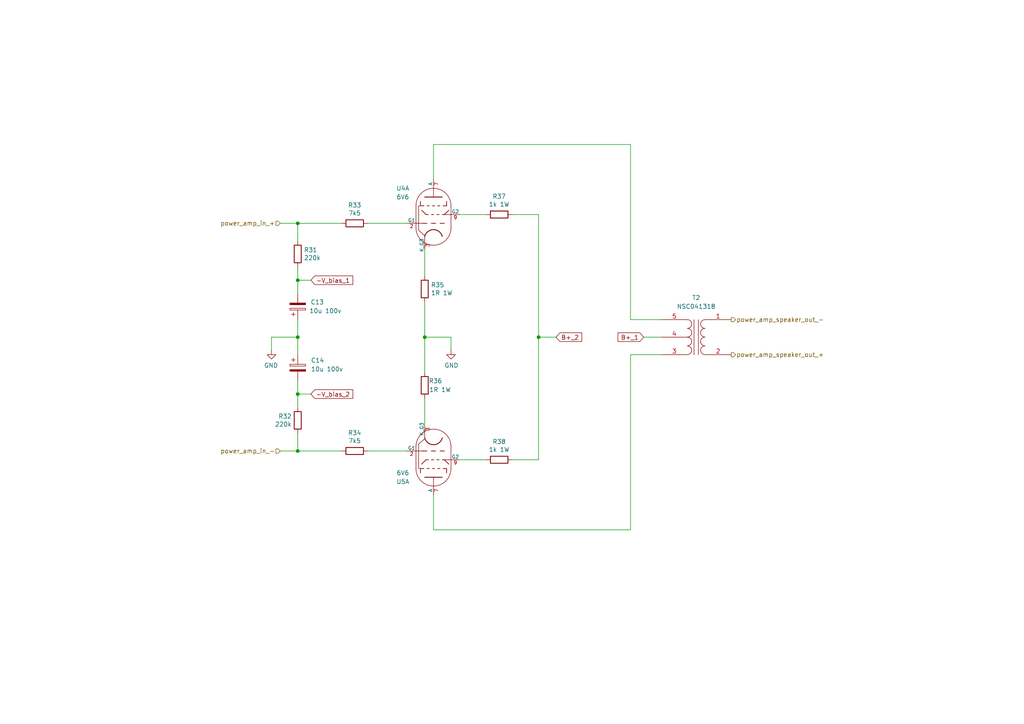
<source format=kicad_sch>
(kicad_sch (version 20211123) (generator eeschema)
  (paper "A4")
  (title_block (title "A200 12 watt class AB tube amp") (date "2021-12-26") (rev "0") (comment 1 "creativecommons.org/licenses/by/4.0/") (comment 2 "License: CC by 4.0") (comment 3 "Author: Jordan Aceto"))
  (lib_symbols
    (symbol "Device:C_Polarized" (pin_numbers hide) (pin_names (offset 0.254))
      (property "Reference" "C" (at 0.635 2.54 0))
      (property "Value" "C_Polarized" (at 0.635 -2.54 0))
      (symbol "C_Polarized_0_1"
        (rectangle (start -2.286 0.508) (end 2.286 1.016))
        (polyline (pts (xy -1.778 2.286) (xy -0.762 2.286)))
        (polyline (pts (xy -1.27 2.794) (xy -1.27 1.778)))
        (rectangle (start 2.286 -0.508) (end -2.286 -1.016) (fill (type outline)))
      )
      (symbol "C_Polarized_1_1"
        (pin passive line (at 0 3.81 270) (length 2.794) (name "~") (number "1"))
        (pin passive line (at 0 -3.81 90) (length 2.794) (name "~") (number "2"))
      )
    )
    (symbol "Device:R" (pin_numbers hide) (pin_names (offset 0))
      (property "Reference" "R" (at 2.032 0 90))
      (property "Value" "R" (at 0 0 90))
      (symbol "R_0_1"
        (rectangle (start -1.016 -2.54) (end 1.016 2.54) (stroke (width 0.254)))
      )
      (symbol "R_1_1"
        (pin passive line (at 0 3.81 270) (length 1.27) (name "~") (number "1"))
        (pin passive line (at 0 -3.81 90) (length 1.27) (name "~") (number "2"))
      )
    )
    (symbol "Device:Transformer_1P_SS" (pin_names (offset 1.016) hide)
      (property "Reference" "T" (at 0 6.35 0))
      (property "Value" "Transformer_1P_SS" (at 0 -7.62 0))
      (symbol "Transformer_1P_SS_0_1"
        (arc (start -2.54 -5.0546) (mid -1.6561 -4.6863) (end -1.27 -3.81))
        (arc (start -2.54 -2.5146) (mid -1.6561 -2.1463) (end -1.27 -1.27))
        (arc (start -2.54 0.0254) (mid -1.6561 0.3937) (end -1.27 1.27))
        (arc (start -2.54 2.5654) (mid -1.6561 2.9337) (end -1.27 3.81))
        (arc (start -1.27 -3.81) (mid -1.642 -2.912) (end -2.54 -2.54))
        (arc (start -1.27 -1.27) (mid -1.642 -0.372) (end -2.54 0))
        (arc (start -1.27 1.27) (mid -1.642 2.168) (end -2.54 2.54))
        (arc (start -1.27 3.81) (mid -1.642 4.708) (end -2.54 5.08))
        (polyline (pts (xy -0.635 5.08) (xy -0.635 -5.08)))
        (polyline (pts (xy 0.635 -5.08) (xy 0.635 5.08)))
        (arc (start 1.2954 -1.27) (mid 1.6599 -2.1501) (end 2.54 -2.5146))
        (arc (start 1.2954 1.27) (mid 1.6599 0.3899) (end 2.54 0.0254))
        (arc (start 1.2954 3.81) (mid 1.6599 2.9299) (end 2.54 2.5654))
        (arc (start 1.3208 -3.81) (mid 1.6853 -4.6901) (end 2.5654 -5.0546))
        (arc (start 2.54 0) (mid 1.6456 -0.3683) (end 1.2954 -1.27))
        (arc (start 2.54 2.54) (mid 1.6456 2.1717) (end 1.2954 1.27))
        (arc (start 2.54 5.08) (mid 1.6456 4.7117) (end 1.2954 3.81))
        (arc (start 2.5654 -2.54) (mid 1.671 -2.9083) (end 1.3208 -3.81))
      )
      (symbol "Transformer_1P_SS_1_1"
        (pin passive line (at -10.16 5.08 0) (length 7.62) (name "AA") (number "1"))
        (pin passive line (at -10.16 -5.08 0) (length 7.62) (name "AB") (number "2"))
        (pin passive line (at 10.16 -5.08 180) (length 7.62) (name "SA") (number "3"))
        (pin passive line (at 10.16 0 180) (length 7.62) (name "SC") (number "4"))
        (pin passive line (at 10.16 5.08 180) (length 7.62) (name "SB") (number "5"))
      )
    )
    (symbol "custom_symbols:6V6" (pin_names (offset 0))
      (property "Reference" "U" (at 5.08 10.16 0))
      (property "Value" "6V6" (at 7.62 -7.62 0))
      (symbol "6V6_0_1"
        (arc (start -5.08 -2.54) (mid 0 -7.62) (end 5.08 -2.54))
        (polyline (pts (xy -5.08 3.81) (xy -5.08 -2.54) (xy -5.08 -2.54)))
        (polyline (pts (xy 5.08 -2.54) (xy 5.08 3.81) (xy 5.08 3.81)))
        (arc (start 5.08 3.81) (mid 0 8.89) (end -5.08 3.81))
      )
      (symbol "6V6_1_0"
        (polyline (pts (xy -2.54 -5.08) (xy -2.54 -7.62)))
      )
      (symbol "6V6_1_1"
        (polyline (pts (xy -5.08 -1.27) (xy -3.175 -1.27)))
        (polyline (pts (xy -4.318 -3.302) (xy -4.318 3.7338)))
        (polyline (pts (xy -4.318 -3.302) (xy -2.54 -4.826)))
        (polyline (pts (xy -4.064 3.7338) (xy -4.318 3.7338)))
        (polyline (pts (xy -3.81 3.81) (xy -2.794 3.81)) (stroke (width 0.2032)))
        (polyline (pts (xy -3.81 5.08) (xy -3.81 3.81)) (stroke (width 0.2032)))
        (polyline (pts (xy -3.429 2.54) (xy -2.159 1.27)) (stroke (width 0.2032)))
        (polyline (pts (xy -2.159 1.27) (xy -1.4732 1.27)) (stroke (width 0.2032)))
        (polyline (pts (xy -1.905 -1.27) (xy -3.175 -1.27)) (stroke (width 0.2032)))
        (polyline (pts (xy -1.8542 3.81) (xy -1.2192 3.81)) (stroke (width 0.2032)))
        (polyline (pts (xy -0.635 -1.27) (xy 0.635 -1.27)) (stroke (width 0.2032)))
        (polyline (pts (xy -0.5842 1.27) (xy 0.0762 1.27)) (stroke (width 0.2032)))
        (polyline (pts (xy -0.3302 3.81) (xy 0.3302 3.81)) (stroke (width 0.2032)))
        (polyline (pts (xy 0 6.35) (xy 0 8.89)))
        (polyline (pts (xy 0.9652 1.27) (xy 1.6002 1.27)) (stroke (width 0.2032)))
        (polyline (pts (xy 1.2192 3.81) (xy 1.8542 3.81)) (stroke (width 0.2032)))
        (polyline (pts (xy 1.905 -1.27) (xy 3.175 -1.27)) (stroke (width 0.2032)))
        (polyline (pts (xy 2.54 1.27) (xy 3.175 1.27)) (stroke (width 0.2032)))
        (polyline (pts (xy 3.175 1.27) (xy 5.08 1.27)))
        (polyline (pts (xy 3.81 3.81) (xy 2.794 3.81)) (stroke (width 0.2032)))
        (polyline (pts (xy 3.81 5.08) (xy 3.81 3.81)) (stroke (width 0.2032)))
        (polyline (pts (xy 4.445 2.54) (xy 3.175 1.27)) (stroke (width 0.2032)))
        (polyline (pts (xy -2.54 6.35) (xy 2.54 6.35) (xy 2.54 6.35)) (stroke (width 0.254)))
        (arc (start 2.54 -5.08) (mid 0 -3.0968) (end -2.54 -5.08) (stroke (width 0.254)))
        (pin input line (at -7.62 -1.27 0) (length 2.54) (name "G1") (number "2"))
        (pin bidirectional line (at -2.54 -8.89 90) (length 2.54) (name "K_G3") (number "3"))
        (pin output line (at 0 11.43 270) (length 2.54) (name "A") (number "7"))
        (pin input line (at 7.62 1.27 180) (length 2.54) (name "G2") (number "9"))
      )
      (symbol "6V6_2_1"
        (polyline (pts (xy -2.54 -5.08) (xy -2.54 -6.35) (xy -2.54 -6.35)))
        (polyline (pts (xy 2.54 -6.35) (xy 2.54 -5.08) (xy 2.54 -5.08)))
        (arc (start 2.54 -5.08) (mid 0 -4.0279) (end -2.54 -5.08))
        (pin passive line (at -2.54 -10.16 90) (length 3.81) (name "F1") (number "4"))
        (pin passive line (at 2.54 -10.16 90) (length 3.81) (name "F2") (number "5"))
      )
    )
    (symbol "power:GND" (power) (pin_names (offset 0))
      (property "Value" "GND" (at 0 -3.81 0))
      (symbol "GND_0_1"
        (polyline (pts (xy 0 0) (xy 0 -1.27) (xy 1.27 -1.27) (xy 0 -2.54) (xy -1.27 -1.27) (xy 0 -1.27)))
      )
      (symbol "GND_1_1"
        (pin power_in line (at 0 0 270) (length 0) hide (name "GND") (number "1"))
      )
    )
  )
  (junction (at 123.19 97.79))
  (junction (at 156.21 97.79))
  (junction (at 86.36 64.77))
  (junction (at 86.36 81.28))
  (junction (at 86.36 114.3))
  (junction (at 86.36 130.81))
  (junction (at 86.36 97.79))
  (wire (pts (xy 125.73 143.51) (xy 125.73 153.67)))
  (wire (pts (xy 78.74 97.79) (xy 86.36 97.79)))
  (wire (pts (xy 156.21 133.35) (xy 156.21 97.79)))
  (wire (pts (xy 86.36 85.09) (xy 86.36 81.28)))
  (wire (pts (xy 86.36 125.73) (xy 86.36 130.81)))
  (wire (pts (xy 182.88 92.71) (xy 191.77 92.71)))
  (wire (pts (xy 125.73 153.67) (xy 182.88 153.67)))
  (wire (pts (xy 186.69 97.79) (xy 191.77 97.79)))
  (wire (pts (xy 78.74 101.6) (xy 78.74 97.79)))
  (wire (pts (xy 156.21 97.79) (xy 156.21 62.23)))
  (wire (pts (xy 90.17 81.28) (xy 86.36 81.28)))
  (wire (pts (xy 125.73 52.07) (xy 125.73 41.91)))
  (wire (pts (xy 182.88 102.87) (xy 191.77 102.87)))
  (wire (pts (xy 161.29 97.79) (xy 156.21 97.79)))
  (wire (pts (xy 118.11 64.77) (xy 106.68 64.77)))
  (wire (pts (xy 86.36 130.81) (xy 99.06 130.81)))
  (wire (pts (xy 86.36 64.77) (xy 99.06 64.77)))
  (wire (pts (xy 182.88 41.91) (xy 182.88 92.71)))
  (wire (pts (xy 86.36 69.85) (xy 86.36 64.77)))
  (wire (pts (xy 123.19 115.57) (xy 123.19 123.19)))
  (wire (pts (xy 140.97 133.35) (xy 133.35 133.35)))
  (wire (pts (xy 81.28 130.81) (xy 86.36 130.81)))
  (wire (pts (xy 118.11 130.81) (xy 106.68 130.81)))
  (wire (pts (xy 86.36 102.87) (xy 86.36 97.79)))
  (wire (pts (xy 81.28 64.77) (xy 86.36 64.77)))
  (wire (pts (xy 156.21 62.23) (xy 148.59 62.23)))
  (wire (pts (xy 182.88 153.67) (xy 182.88 102.87)))
  (wire (pts (xy 90.17 114.3) (xy 86.36 114.3)))
  (wire (pts (xy 123.19 97.79) (xy 123.19 87.63)))
  (wire (pts (xy 123.19 107.95) (xy 123.19 97.79)))
  (wire (pts (xy 140.97 62.23) (xy 133.35 62.23)))
  (wire (pts (xy 123.19 80.01) (xy 123.19 72.39)))
  (wire (pts (xy 125.73 41.91) (xy 182.88 41.91)))
  (wire (pts (xy 86.36 110.49) (xy 86.36 114.3)))
  (wire (pts (xy 86.36 81.28) (xy 86.36 77.47)))
  (wire (pts (xy 86.36 97.79) (xy 86.36 92.71)))
  (wire (pts (xy 130.81 97.79) (xy 123.19 97.79)))
  (wire (pts (xy 130.81 101.6) (xy 130.81 97.79)))
  (wire (pts (xy 148.59 133.35) (xy 156.21 133.35)))
  (wire (pts (xy 86.36 114.3) (xy 86.36 118.11)))
  (global_label "B+_2" (shape input) (at 161.29 97.79 0) (property "Intersheet References" "${INTERSHEET_REFS}" (effects hide)))
  (global_label "B+_1" (shape input) (at 186.69 97.79 180) (property "Intersheet References" "${INTERSHEET_REFS}" (effects hide)))
  (global_label "-V_bias_1" (shape input) (at 90.17 81.28 0) (property "Intersheet References" "${INTERSHEET_REFS}" (effects hide)))
  (global_label "-V_bias_2" (shape input) (at 90.17 114.3 0) (property "Intersheet References" "${INTERSHEET_REFS}" (effects hide)))
  (hierarchical_label "power_amp_speaker_out_+" (shape output) (at 212.09 102.87 0))
  (hierarchical_label "power_amp_in_-" (shape input) (at 81.28 130.81 180))
  (hierarchical_label "power_amp_speaker_out_-" (shape output) (at 212.09 92.71 0))
  (hierarchical_label "power_amp_in_+" (shape input) (at 81.28 64.77 180))
  (symbol (lib_id "Device:R") (at 102.87 64.77 270) (unit 1)
    (property "Reference" "R33" (at 102.87 59.5122 90))
    (property "Value" "7k5" (at 102.87 61.8236 90))
  )
  (symbol (lib_id "Device:R") (at 123.19 83.82 0) (unit 1)
    (property "Reference" "R35" (at 124.968 82.6516 0) (effects (justify left)))
    (property "Value" "1R 1W" (at 124.968 84.963 0) (effects (justify left)))
  )
  (symbol (lib_id "Device:R") (at 144.78 62.23 270) (unit 1)
    (property "Reference" "R37" (at 144.78 56.9722 90))
    (property "Value" "1k 1W" (at 144.78 59.2836 90))
  )
  (symbol (lib_id "Device:R") (at 86.36 73.66 0) (unit 1)
    (property "Reference" "R31" (at 88.138 72.4916 0) (effects (justify left)))
    (property "Value" "220k" (at 88.138 74.803 0) (effects (justify left)))
  )
  (symbol (lib_id "Device:R") (at 102.87 130.81 270) (mirror x) (unit 1)
    (property "Reference" "R34" (at 102.87 125.5522 90))
    (property "Value" "7k5" (at 102.87 127.8636 90))
  )
  (symbol (lib_id "Device:R") (at 123.19 111.76 0) (mirror x) (unit 1)
    (property "Reference" "R36" (at 128.27 110.49 0) (effects (justify right)))
    (property "Value" "1R 1W" (at 130.81 113.03 0) (effects (justify right)))
  )
  (symbol (lib_id "Device:R") (at 144.78 133.35 270) (mirror x) (unit 1)
    (property "Reference" "R38" (at 144.78 128.0922 90))
    (property "Value" "1k 1W" (at 144.78 130.4036 90))
  )
  (symbol (lib_id "Device:R") (at 86.36 121.92 0) (mirror x) (unit 1)
    (property "Reference" "R32" (at 84.6074 120.7516 0) (effects (justify right)))
    (property "Value" "220k" (at 84.6074 123.063 0) (effects (justify right)))
  )
  (symbol (lib_id "Device:Transformer_1P_SS") (at 201.93 97.79 0) (mirror y) (unit 1)
    (property "Reference" "T2" (at 201.93 86.36 0))
    (property "Value" "NSC041318" (at 201.93 88.9 0))
  )
  (symbol (lib_id "power:GND") (at 130.81 101.6 0) (unit 1)
    (property "Reference" "#PWR012" (effects hide))
    (property "Value" "GND" (at 130.937 105.9942 0))
  )
  (symbol (lib_id "power:GND") (at 78.74 101.6 0) (mirror y) (unit 1)
    (property "Reference" "#PWR011" (effects hide))
    (property "Value" "GND" (at 78.613 105.9942 0))
  )
  (symbol (lib_id "custom_symbols:6V6") (at 125.73 132.08 0) (mirror x) (unit 1)
    (property "Reference" "U5" (at 116.84 139.7 0))
    (property "Value" "6V6" (at 116.84 137.16 0))
    (property "Footprint" "octal" (effects hide))
  )
  (symbol (lib_id "Device:C_Polarized") (at 86.36 106.68 0) (unit 1)
    (property "Reference" "C14" (at 90.17 104.5209 0) (effects (justify left)))
    (property "Value" "10u 100v" (at 90.17 107.0609 0) (effects (justify left)))
  )
  (symbol (lib_id "custom_symbols:6V6") (at 125.73 63.5 0) (unit 1)
    (property "Reference" "U4" (at 116.84 54.61 0))
    (property "Value" "6V6" (at 116.84 57.15 0))
    (property "Footprint" "octal" (effects hide))
  )
  (symbol (lib_id "Device:C_Polarized") (at 86.36 88.9 0) (mirror x) (unit 1)
    (property "Reference" "C13" (at 93.98 87.63 0) (effects (justify right)))
    (property "Value" "10u 100v" (at 99.06 90.17 0) (effects (justify right)))
  )
)
</source>
